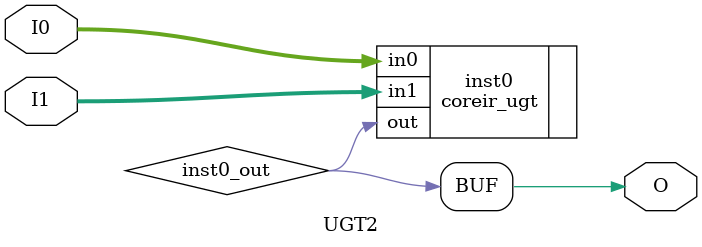
<source format=v>
module UGT2 (input [1:0] I0, input [1:0] I1, output  O);
wire  inst0_out;
coreir_ugt inst0 (.in0(I0), .in1(I1), .out(inst0_out));
assign O = inst0_out;
endmodule


</source>
